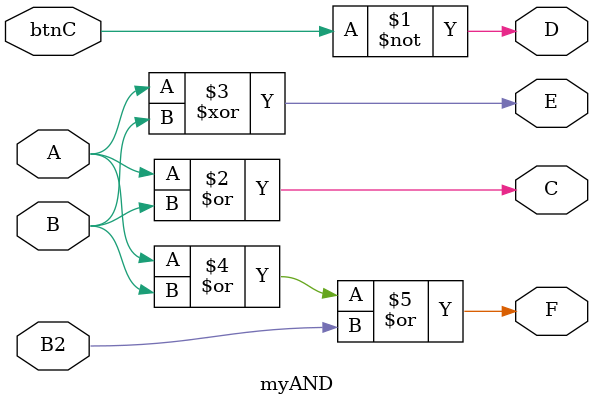
<source format=v>
`timescale 1ns / 1ps


module myAND(
    //NOT bnt led 0 
    input btnC, //btn C 
    
    // Or A B for led C
    input A, //sw 0
    input B, //sw 1
    input B2, //sw2
    output D, // led 0
    output C, //led 1
    output E, //led 2
    output F  //led 3
    
    
    );
    assign D = ~btnC ;
    assign C = A | B ;
    assign E = A ^ B ;
    assign F = A | B | B2 ;
endmodule

</source>
